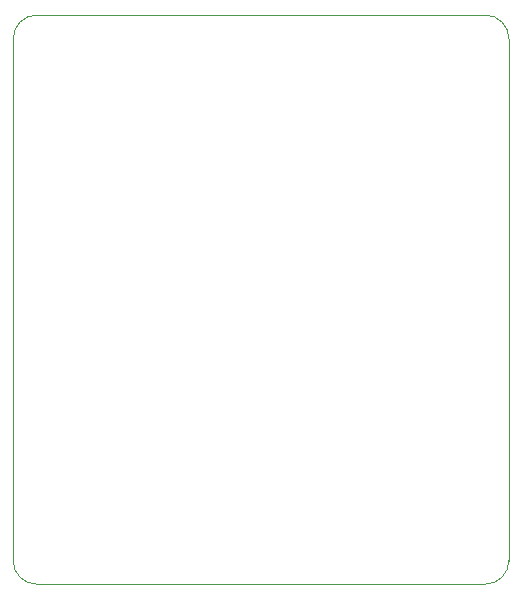
<source format=gbr>
%TF.GenerationSoftware,KiCad,Pcbnew,(5.99.0-9526-g5c17ff0595)*%
%TF.CreationDate,2021-04-11T14:24:37-05:00*%
%TF.ProjectId,DualingDev-S2,4475616c-696e-4674-9465-762d53322e6b,rev?*%
%TF.SameCoordinates,Original*%
%TF.FileFunction,Profile,NP*%
%FSLAX46Y46*%
G04 Gerber Fmt 4.6, Leading zero omitted, Abs format (unit mm)*
G04 Created by KiCad (PCBNEW (5.99.0-9526-g5c17ff0595)) date 2021-04-11 14:24:37*
%MOMM*%
%LPD*%
G01*
G04 APERTURE LIST*
%TA.AperFunction,Profile*%
%ADD10C,0.100000*%
%TD*%
G04 APERTURE END LIST*
D10*
X125200000Y-115800000D02*
G75*
G02*
X123200000Y-113800000I0J2000000D01*
G01*
X163185786Y-67614214D02*
G75*
G02*
X165185786Y-69614214I0J-2000000D01*
G01*
X123214214Y-69614214D02*
X123200000Y-113800000D01*
X165185786Y-113800000D02*
G75*
G02*
X163185786Y-115800000I-2000000J0D01*
G01*
X123214214Y-69614214D02*
G75*
G02*
X125214214Y-67614214I2000000J0D01*
G01*
X163185786Y-67614214D02*
X125214214Y-67614214D01*
X125200000Y-115800000D02*
X163185786Y-115800000D01*
X165185786Y-113800000D02*
X165185786Y-69614214D01*
M02*

</source>
